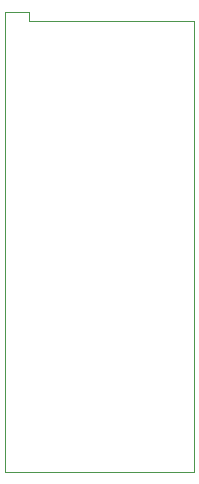
<source format=gbr>
G04 #@! TF.GenerationSoftware,KiCad,Pcbnew,5.1.4-e60b266~84~ubuntu19.04.1*
G04 #@! TF.CreationDate,2019-11-08T15:22:29-05:00*
G04 #@! TF.ProjectId,pcb2molex8878_bump,70636232-6d6f-46c6-9578-383837385f62,rev?*
G04 #@! TF.SameCoordinates,Original*
G04 #@! TF.FileFunction,Profile,NP*
%FSLAX46Y46*%
G04 Gerber Fmt 4.6, Leading zero omitted, Abs format (unit mm)*
G04 Created by KiCad (PCBNEW 5.1.4-e60b266~84~ubuntu19.04.1) date 2019-11-08 15:22:29*
%MOMM*%
%LPD*%
G04 APERTURE LIST*
%ADD10C,0.025400*%
G04 APERTURE END LIST*
D10*
X141218400Y-80087000D02*
X155218400Y-80087000D01*
X141218400Y-79287000D02*
X141218400Y-80087000D01*
X139218400Y-79287000D02*
X141218400Y-79287000D01*
X139218400Y-118287000D02*
X139218400Y-79287000D01*
X155218400Y-118287000D02*
X155218400Y-80087000D01*
X139218400Y-118287000D02*
X155218400Y-118287000D01*
M02*

</source>
